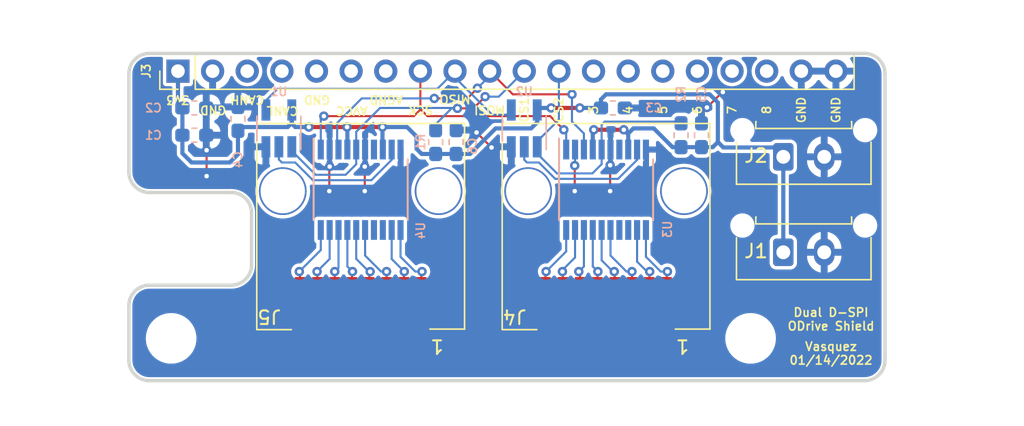
<source format=kicad_pcb>
(kicad_pcb (version 20211014) (generator pcbnew)
  (layers (0 "F.Cu" signal) (31 "B.Cu" signal) (36 "B.SilkS" user "B.Silkscreen") (37 "F.SilkS" user "F.Silkscreen") (38 "B.Mask" user) (39 "F.Mask" user) (44 "Edge.Cuts" user))
  (net 0 "")
  (net 1 "+3V3")
  (net 2 "GND")
  (net 7 "/SCK")
  (net 8 "/MISO")
  (net 9 "/MOSI")
  (net 10 "/CS1")
  (net 11 "/CS2")
  (net 18 "Net-(J4-Pad1)")
  (net 19 "Net-(J4-Pad2)")
  (net 20 "Net-(J4-Pad3)")
  (net 21 "Net-(J4-Pad4)")
  (net 22 "Net-(J4-Pad5)")
  (net 23 "Net-(J4-Pad6)")
  (net 24 "Net-(J4-Pad7)")
  (net 25 "Net-(J4-Pad8)")
  (net 26 "Net-(J5-Pad1)")
  (net 27 "Net-(J5-Pad2)")
  (net 28 "Net-(J5-Pad3)")
  (net 29 "Net-(J5-Pad4)")
  (net 30 "Net-(J5-Pad5)")
  (net 31 "Net-(J5-Pad6)")
  (net 32 "Net-(J5-Pad7)")
  (net 33 "Net-(J5-Pad8)")
  (net 34 "/MISO1")
  (net 35 "/MISO2")
  (footprint "MountingHole:MountingHole_3.2mm_M3_DIN965" (layer "F.Cu") (at 155.6 99.4)
    (fp_text reference "REF**")
    (fp_text value "MountingHole_3.2mm_M3_DIN965")
    (pad "" np_thru_hole circle locked (at 0 0) (size 3.2 3.2) (drill 3.2) (layers *.Cu *.Mask))
  )
  (footprint "kicad_component_library:RJ45_Molex_SMD_0955036891" (layer "F.Cu") (at 127 91.18 180)
    (fp_text reference "J5" (at 6.7 -6.62 180 unlocked) (layer "F.SilkS"))
    (fp_text value "8P8C")
    (fp_text user "1" (at -5.6 -8.82 180 unlocked) (layer "F.SilkS"))
    (fp_line (start -7.62 -7.54) (end -7.62 7.54) (layer "F.SilkS") (width 0.12))
    (fp_line (start 7.62 -7.58) (end 5.08 -7.58) (layer "F.SilkS") (width 0.12))
    (fp_line (start 7.62 7.54) (end 7.62 -7.54) (layer "F.SilkS") (width 0.12))
    (fp_line (start 7.62 7.54) (end -7.62 7.54) (layer "F.SilkS") (width 0.12))
    (fp_line (start -7.62 -7.54) (end -5.08 -7.54) (layer "F.SilkS") (width 0.12))
    (pad "" np_thru_hole circle (at -5.715 2.58 180) (size 3.5 3.5) (drill 3.25) (layers F&B.Cu *.Mask))
    (pad "" np_thru_hole circle (at 5.715 2.58 180) (size 3.5 3.5) (drill 3.25) (layers F&B.Cu *.Mask))
    (pad "1" smd rect (at -4.445 -7.32 180) (size 0.76 7.2) (layers "F.Cu" "F.Paste" "F.Mask") (net 26 "Net-(J5-Pad1)"))
    (pad "2" smd rect (at -3.175 -7.32 180) (size 0.76 7.2) (layers "F.Cu" "F.Paste" "F.Mask") (net 27 "Net-(J5-Pad2)"))
    (pad "3" smd rect (at -1.905 -7.32 180) (size 0.76 7.2) (layers "F.Cu" "F.Paste" "F.Mask") (net 28 "Net-(J5-Pad3)"))
    (pad "4" smd rect (at -0.635 -7.32 180) (size 0.76 7.2) (layers "F.Cu" "F.Paste" "F.Mask") (net 29 "Net-(J5-Pad4)"))
    (pad "5" smd rect (at 0.635 -7.32 180) (size 0.76 7.2) (layers "F.Cu" "F.Paste" "F.Mask") (net 30 "Net-(J5-Pad5)"))
    (pad "6" smd rect (at 1.905 -7.32 180) (size 0.76 7.2) (layers "F.Cu" "F.Paste" "F.Mask") (net 31 "Net-(J5-Pad6)"))
    (pad "7" smd rect (at 3.175 -7.32 180) (size 0.76 7.2) (layers "F.Cu" "F.Paste" "F.Mask") (net 32 "Net-(J5-Pad7)"))
    (pad "8" smd rect (at 4.445 -7.32 180) (size 0.76 7.2) (layers "F.Cu" "F.Paste" "F.Mask") (net 33 "Net-(J5-Pad8)"))
  )
  (footprint "kicad_component_library:RJ45_Molex_SMD_0955036891" (layer "F.Cu") (at 145 91.18 180)
    (fp_text reference "J4" (at 6.7 -6.62 180 unlocked) (layer "F.SilkS"))
    (fp_text value "8P8C")
    (fp_text user "1" (at -5.6 -8.82 180 unlocked) (layer "F.SilkS"))
    (fp_line (start 7.62 7.54) (end -7.62 7.54) (layer "F.SilkS") (width 0.12))
    (fp_line (start -7.62 -7.54) (end -7.62 7.54) (layer "F.SilkS") (width 0.12))
    (fp_line (start 7.62 7.54) (end 7.62 -7.54) (layer "F.SilkS") (width 0.12))
    (fp_line (start -7.62 -7.54) (end -5.08 -7.54) (layer "F.SilkS") (width 0.12))
    (fp_line (start 7.62 -7.58) (end 5.08 -7.58) (layer "F.SilkS") (width 0.12))
    (pad "" np_thru_hole circle (at 5.715 2.58 180) (size 3.5 3.5) (drill 3.25) (layers F&B.Cu *.Mask))
    (pad "" np_thru_hole circle (at -5.715 2.58 180) (size 3.5 3.5) (drill 3.25) (layers F&B.Cu *.Mask))
    (pad "1" smd rect (at -4.445 -7.32 180) (size 0.76 7.2) (layers "F.Cu" "F.Paste" "F.Mask") (net 18 "Net-(J4-Pad1)"))
    (pad "2" smd rect (at -3.175 -7.32 180) (size 0.76 7.2) (layers "F.Cu" "F.Paste" "F.Mask") (net 19 "Net-(J4-Pad2)"))
    (pad "3" smd rect (at -1.905 -7.32 180) (size 0.76 7.2) (layers "F.Cu" "F.Paste" "F.Mask") (net 20 "Net-(J4-Pad3)"))
    (pad "4" smd rect (at -0.635 -7.32 180) (size 0.76 7.2) (layers "F.Cu" "F.Paste" "F.Mask") (net 21 "Net-(J4-Pad4)"))
    (pad "5" smd rect (at 0.635 -7.32 180) (size 0.76 7.2) (layers "F.Cu" "F.Paste" "F.Mask") (net 22 "Net-(J4-Pad5)"))
    (pad "6" smd rect (at 1.905 -7.32 180) (size 0.76 7.2) (layers "F.Cu" "F.Paste" "F.Mask") (net 23 "Net-(J4-Pad6)"))
    (pad "7" smd rect (at 3.175 -7.32 180) (size 0.76 7.2) (layers "F.Cu" "F.Paste" "F.Mask") (net 24 "Net-(J4-Pad7)"))
    (pad "8" smd rect (at 4.445 -7.32 180) (size 0.76 7.2) (layers "F.Cu" "F.Paste" "F.Mask") (net 25 "Net-(J4-Pad8)"))
  )
  (footprint "Connector_Molex:Molex_Micro-Fit_3.0_43650-0215_1x02_P3.00mm_Vertical" (layer "F.Cu") (at 158 93.085)
    (fp_text reference "J1" (at -2 -0.085) (layer "F.SilkS"))
    (fp_text value "Conn_01x02")
    (fp_line (start -2.015 -2.08) (end 5.015 -2.08) (layer "F.SilkS") (width 0.12))
    (fp_line (start -1.995 -2.58) (end -2.015 -2.58) (layer "F.SilkS") (width 0.12))
    (fp_line (start 6.435 2.01) (end 6.435 -1.065) (layer "F.SilkS") (width 0.12))
    (fp_line (start 5.015 -2.08) (end 5.015 -2.58) (layer "F.SilkS") (width 0.12))
    (fp_line (start -2.015 -2.58) (end -2.015 -2.08) (layer "F.SilkS") (width 0.12))
    (fp_line (start 5.015 -2.58) (end 4.995 -2.58) (layer "F.SilkS") (width 0.12))
    (fp_line (start -3.435 -1.065) (end -3.435 2.01) (layer "F.SilkS") (width 0.12))
    (fp_line (start -3.435 2.01) (end 6.435 2.01) (layer "F.SilkS") (width 0.12))
    (pad "" np_thru_hole circle locked (at -3 -1.96) (size 1.27 1.27) (drill 1.27) (layers *.Cu *.Mask))
    (pad "" np_thru_hole circle locked (at 6 -1.96) (size 1.27 1.27) (drill 1.27) (layers *.Cu *.Mask))
    (pad "1" thru_hole roundrect locked (at 0 0) (size 1.5 2.02) (drill 1.02) (layers *.Cu *.Mask) (roundrect_rratio 0.1666673333) (net 1 "+3V3"))
    (pad "2" thru_hole oval locked (at 3 0) (size 1.5 2.02) (drill 1.02) (layers *.Cu *.Mask) (net 2 "GND"))
  )
  (footprint "Connector_PinHeader_2.54mm:PinHeader_1x20_P2.54mm_Vertical" (layer "F.Cu") (at 113.6 79.8 90)
    (fp_text reference "J3" (at 0 -2.33 90) (layer "F.SilkS") (effects (font (size 0.625 0.625) (thickness 0.12))))
    (fp_text value "Conn_01x20")
    (fp_line (start -1.33 0) (end -1.33 -1.33) (layer "F.SilkS") (width 0.12))
    (fp_line (start -1.33 -1.33) (end 0 -1.33) (layer "F.SilkS") (width 0.12))
    (fp_line (start -1.33 1.27) (end 1.33 1.27) (layer "F.SilkS") (width 0.12))
    (fp_line (start -1.33 49.59) (end 1.33 49.59) (layer "F.SilkS") (width 0.12))
    (fp_line (start -1.33 1.27) (end -1.33 49.59) (layer "F.SilkS") (width 0.12))
    (fp_line (start 1.33 1.27) (end 1.33 49.59) (layer "F.SilkS") (width 0.12))
    (pad "1" thru_hole rect locked (at 0 0 90) (size 1.7 1.7) (drill 1) (layers *.Cu *.Mask) (net 1 "+3V3"))
    (pad "2" thru_hole oval locked (at 0 2.54 90) (size 1.7 1.7) (drill 1) (layers *.Cu *.Mask) (net 2 "GND"))
    (pad "3" thru_hole oval locked (at 0 5.08 90) (size 1.7 1.7) (drill 1) (layers *.Cu *.Mask))
    (pad "4" thru_hole oval locked (at 0 7.62 90) (size 1.7 1.7) (drill 1) (layers *.Cu *.Mask))
    (pad "5" thru_hole oval locked (at 0 10.16 90) (size 1.7 1.7) (drill 1) (layers *.Cu *.Mask) (net 2 "GND"))
    (pad "6" thru_hole oval locked (at 0 12.7 90) (size 1.7 1.7) (drill 1) (layers *.Cu *.Mask))
    (pad "7" thru_hole oval locked (at 0 15.24 90) (size 1.7 1.7) (drill 1) (layers *.Cu *.Mask))
    (pad "8" thru_hole oval locked (at 0 17.78 90) (size 1.7 1.7) (drill 1) (layers *.Cu *.Mask) (net 7 "/SCK"))
    (pad "9" thru_hole oval locked (at 0 20.32 90) (size 1.7 1.7) (drill 1) (layers *.Cu *.Mask) (net 8 "/MISO"))
    (pad "10" thru_hole oval locked (at 0 22.86 90) (size 1.7 1.7) (drill 1) (layers *.Cu *.Mask) (net 9 "/MOSI"))
    (pad "11" thru_hole oval locked (at 0 25.4 90) (size 1.7 1.7) (drill 1) (layers *.Cu *.Mask) (net 10 "/CS1"))
    (pad "12" thru_hole oval locked (at 0 27.94 90) (size 1.7 1.7) (drill 1) (layers *.Cu *.Mask) (net 11 "/CS2"))
    (pad "13" thru_hole oval locked (at 0 30.48 90) (size 1.7 1.7) (drill 1) (layers *.Cu *.Mask))
    (pad "14" thru_hole oval locked (at 0 33.02 90) (size 1.7 1.7) (drill 1) (layers *.Cu *.Mask))
    (pad "15" thru_hole oval locked (at 0 35.56 90) (size 1.7 1.7) (drill 1) (layers *.Cu *.Mask))
    (pad "16" thru_hole oval locked (at 0 38.1 90) (size 1.7 1.7) (drill 1) (layers *.Cu *.Mask))
    (pad "17" thru_hole oval locked (at 0 40.64 90) (size 1.7 1.7) (drill 1) (layers *.Cu *.Mask))
    (pad "18" thru_hole oval locked (at 0 43.18 90) (size 1.7 1.7) (drill 1) (layers *.Cu *.Mask))
    (pad "19" thru_hole oval locked (at 0 45.72 90) (size 1.7 1.7) (drill 1) (layers *.Cu *.Mask) (net 2 "GND"))
    (pad "20" thru_hole oval locked (at 0 48.26 90) (size 1.7 1.7) (drill 1) (layers *.Cu *.Mask) (net 2 "GND"))
  )
  (footprint "Connector_Molex:Molex_Micro-Fit_3.0_43650-0215_1x02_P3.00mm_Vertical" (layer "F.Cu") (at 158 86.085)
    (fp_text reference "J2" (at -2 -0.085) (layer "F.SilkS"))
    (fp_text value "Conn_01x02")
    (fp_line (start -2.015 -2.08) (end 5.015 -2.08) (layer "F.SilkS") (width 0.12))
    (fp_line (start 5.015 -2.58) (end 4.995 -2.58) (layer "F.SilkS") (width 0.12))
    (fp_line (start 6.435 2.01) (end 6.435 -1.065) (layer "F.SilkS") (width 0.12))
    (fp_line (start -1.995 -2.58) (end -2.015 -2.58) (layer "F.SilkS") (width 0.12))
    (fp_line (start 5.015 -2.08) (end 5.015 -2.58) (layer "F.SilkS") (width 0.12))
    (fp_line (start -3.435 2.01) (end 6.435 2.01) (layer "F.SilkS") (width 0.12))
    (fp_line (start -3.435 -1.065) (end -3.435 2.01) (layer "F.SilkS") (width 0.12))
    (fp_line (start -2.015 -2.58) (end -2.015 -2.08) (layer "F.SilkS") (width 0.12))
    (pad "" np_thru_hole circle locked (at -3 -1.96) (size 1.27 1.27) (drill 1.27) (layers *.Cu *.Mask))
    (pad "" np_thru_hole circle locked (at 6 -1.96) (size 1.27 1.27) (drill 1.27) (layers *.Cu *.Mask))
    (pad "1" thru_hole roundrect locked (at 0 0) (size 1.5 2.02) (drill 1.02) (layers *.Cu *.Mask) (roundrect_rratio 0.1666673333) (net 1 "+3V3"))
    (pad "2" thru_hole oval locked (at 3 0) (size 1.5 2.02) (drill 1.02) (layers *.Cu *.Mask) (net 2 "GND"))
  )
  (footprint "MountingHole:MountingHole_3.2mm_M3_DIN965" (layer "F.Cu") (at 113.1 99.4)
    (fp_text reference "REF**")
    (fp_text value "MountingHole_3.2mm_M3_DIN965")
    (pad "" np_thru_hole circle locked (at 0 0) (size 3.2 3.2) (drill 3.2) (layers *.Cu *.Mask))
  )
  (footprint "Capacitor_SMD:C_0603_1608Metric_Pad1.05x0.95mm_HandSolder" (layer "B.Cu") (at 114.8 84.5)
    (fp_text reference "C1" (at -3 0) (layer "B.SilkS") (effects (font (size 0.625 0.625) (thickness 0.12)) (justify mirror)))
    (fp_text value "10uF")
    (fp_line (start -0.171267 -0.51) (end 0.171267 -0.51) (layer "B.SilkS") (width 0.12))
    (fp_line (start -0.171267 0.51) (end 0.171267 0.51) (layer "B.SilkS") (width 0.12))
    (pad "1" smd roundrect locked (at -0.875 0) (size 1.05 0.95) (layers "B.Cu" "B.Paste" "B.Mask") (net 1 "+3V3"))
    (pad "2" smd roundrect locked (at 0.875 0) (size 1.05 0.95) (layers "B.Cu" "B.Paste" "B.Mask") (net 2 "GND"))
  )
  (footprint "Resistor_SMD:R_0603_1608Metric_Pad1.05x0.95mm_HandSolder" (layer "B.Cu") (at 150.5 84.5 90)
    (fp_text reference "R2" (at 3 0 90) (layer "B.SilkS") (effects (font (size 0.625 0.625) (thickness 0.12)) (justify mirror)))
    (fp_text value "4k7")
    (fp_line (start -0.171267 0.51) (end 0.171267 0.51) (layer "B.SilkS") (width 0.12))
    (fp_line (start -0.171267 -0.51) (end 0.171267 -0.51) (layer "B.SilkS") (width 0.12))
    (pad "1" smd roundrect locked (at -0.875 0 90) (size 1.05 0.95) (layers "B.Cu" "B.Paste" "B.Mask") (net 1 "+3V3"))
    (pad "2" smd roundrect locked (at 0.875 0 90) (size 1.05 0.95) (layers "B.Cu" "B.Paste" "B.Mask") (net 11 "/CS2"))
  )
  (footprint "Capacitor_SMD:C_0603_1608Metric_Pad1.05x0.95mm_HandSolder" (layer "B.Cu") (at 134 85 90)
    (fp_text reference "C6" (at -0.3 1.2 90) (layer "B.SilkS") (effects (font (size 0.625 0.625) (thickness 0.12)) (justify mirror)))
    (fp_text value "1uF")
    (fp_line (start -0.171267 -0.51) (end 0.171267 -0.51) (layer "B.SilkS") (width 0.12))
    (fp_line (start -0.171267 0.51) (end 0.171267 0.51) (layer "B.SilkS") (width 0.12))
    (pad "1" smd roundrect locked (at -0.875 0 90) (size 1.05 0.95) (layers "B.Cu" "B.Paste" "B.Mask") (net 1 "+3V3"))
    (pad "2" smd roundrect locked (at 0.875 0 90) (size 1.05 0.95) (layers "B.Cu" "B.Paste" "B.Mask") (net 2 "GND"))
  )
  (footprint "Package_SO:TSSOP-20_4.4x6.5mm_P0.65mm" (layer "B.Cu") (at 145 88.5 -90)
    (fp_text reference "U3" (at 2.9 -4.5 -270) (layer "B.SilkS") (effects (font (size 0.625 0.625) (thickness 0.12)) (justify mirror)))
    (fp_text value "SN65LVDT41")
    (fp_line (start -3.75 3.45) (end 2.225 3.45) (layer "B.SilkS") (width 0.15))
    (fp_line (start -2.225 -3.45) (end 2.225 -3.45) (layer "B.SilkS") (width 0.15))
    (pad "1" smd rect locked (at -2.95 2.925 270) (size 1.45 0.45) (layers "B.Cu" "B.Paste" "B.Mask") (net 7 "/SCK"))
    (pad "2" smd rect locked (at -2.95 2.275 270) (size 1.45 0.45) (layers "B.Cu" "B.Paste" "B.Mask") (net 2 "GND"))
    (pad "3" smd rect locked (at -2.95 1.625 270) (size 1.45 0.45) (layers "B.Cu" "B.Paste" "B.Mask") (net 9 "/MOSI"))
    (pad "4" smd rect locked (at -2.95 0.975 270) (size 1.45 0.45) (layers "B.Cu" "B.Paste" "B.Mask") (net 1 "+3V3"))
    (pad "5" smd rect locked (at -2.95 0.325 270) (size 1.45 0.45) (layers "B.Cu" "B.Paste" "B.Mask") (net 11 "/CS2"))
    (pad "6" smd rect locked (at -2.95 -0.325 270) (size 1.45 0.45) (layers "B.Cu" "B.Paste" "B.Mask") (net 2 "GND"))
    (pad "7" smd rect locked (at -2.95 -0.975 270) (size 1.45 0.45) (layers "B.Cu" "B.Paste" "B.Mask"))
    (pad "8" smd rect locked (at -2.95 -1.625 270) (size 1.45 0.45) (layers "B.Cu" "B.Paste" "B.Mask") (net 1 "+3V3"))
    (pad "9" smd rect locked (at -2.95 -2.275 270) (size 1.45 0.45) (layers "B.Cu" "B.Paste" "B.Mask") (net 35 "/MISO2"))
    (pad "10" smd rect locked (at -2.95 -2.925 270) (size 1.45 0.45) (layers "B.Cu" "B.Paste" "B.Mask") (net 2 "GND"))
    (pad "11" smd rect locked (at 2.95 -2.925 270) (size 1.45 0.45) (layers "B.Cu" "B.Paste" "B.Mask") (net 18 "Net-(J4-Pad1)"))
    (pad "12" smd rect locked (at 2.95 -2.275 270) (size 1.45 0.45) (layers "B.Cu" "B.Paste" "B.Mask") (net 19 "Net-(J4-Pad2)"))
    (pad "13" smd rect locked (at 2.95 -1.625 270) (size 1.45 0.45) (layers "B.Cu" "B.Paste" "B.Mask"))
    (pad "14" smd rect locked (at 2.95 -0.975 270) (size 1.45 0.45) (layers "B.Cu" "B.Paste" "B.Mask"))
    (pad "15" smd rect locked (at 2.95 -0.325 270) (size 1.45 0.45) (layers "B.Cu" "B.Paste" "B.Mask") (net 20 "Net-(J4-Pad3)"))
    (pad "16" smd rect locked (at 2.95 0.325 270) (size 1.45 0.45) (layers "B.Cu" "B.Paste" "B.Mask") (net 21 "Net-(J4-Pad4)"))
    (pad "17" smd rect locked (at 2.95 0.975 270) (size 1.45 0.45) (layers "B.Cu" "B.Paste" "B.Mask") (net 22 "Net-(J4-Pad5)"))
    (pad "18" smd rect locked (at 2.95 1.625 270) (size 1.45 0.45) (layers "B.Cu" "B.Paste" "B.Mask") (net 23 "Net-(J4-Pad6)"))
    (pad "19" smd rect locked (at 2.95 2.275 270) (size 1.45 0.45) (layers "B.Cu" "B.Paste" "B.Mask") (net 24 "Net-(J4-Pad7)"))
    (pad "20" smd rect locked (at 2.95 2.925 270) (size 1.45 0.45) (layers "B.Cu" "B.Paste" "B.Mask") (net 25 "Net-(J4-Pad8)"))
  )
  (footprint "Resistor_SMD:R_0603_1608Metric_Pad1.05x0.95mm_HandSolder" (layer "B.Cu") (at 132.5 85 90)
    (fp_text reference "R1" (at 0 -1.1 90) (layer "B.SilkS") (effects (font (size 0.625 0.625) (thickness 0.12)) (justify mirror)))
    (fp_text value "4k7")
    (fp_line (start -0.171267 0.51) (end 0.171267 0.51) (layer "B.SilkS") (width 0.12))
    (fp_line (start -0.171267 -0.51) (end 0.171267 -0.51) (layer "B.SilkS") (width 0.12))
    (pad "1" smd roundrect locked (at -0.875 0 90) (size 1.05 0.95) (layers "B.Cu" "B.Paste" "B.Mask") (net 1 "+3V3"))
    (pad "2" smd roundrect locked (at 0.875 0 90) (size 1.05 0.95) (layers "B.Cu" "B.Paste" "B.Mask") (net 10 "/CS1"))
  )
  (footprint "Capacitor_SMD:C_0603_1608Metric_Pad1.05x0.95mm_HandSolder" (layer "B.Cu") (at 114.8 82.5)
    (fp_text reference "C2" (at -3 0) (layer "B.SilkS") (effects (font (size 0.625 0.625) (thickness 0.12)) (justify mirror)))
    (fp_text value "0.1uF")
    (fp_line (start -0.171267 -0.51) (end 0.171267 -0.51) (layer "B.SilkS") (width 0.12))
    (fp_line (start -0.171267 0.51) (end 0.171267 0.51) (layer "B.SilkS") (width 0.12))
    (pad "1" smd roundrect locked (at -0.875 0) (size 1.05 0.95) (layers "B.Cu" "B.Paste" "B.Mask") (net 1 "+3V3"))
    (pad "2" smd roundrect locked (at 0.875 0) (size 1.05 0.95) (layers "B.Cu" "B.Paste" "B.Mask") (net 2 "GND"))
  )
  (footprint "Capacitor_SMD:C_0603_1608Metric_Pad1.05x0.95mm_HandSolder" (layer "B.Cu") (at 152 84.5 90)
    (fp_text reference "C5" (at 3 0 90) (layer "B.SilkS") (effects (font (size 0.625 0.625) (thickness 0.12)) (justify mirror)))
    (fp_text value "1uF")
    (fp_line (start -0.171267 0.51) (end 0.171267 0.51) (layer "B.SilkS") (width 0.12))
    (fp_line (start -0.171267 -0.51) (end 0.171267 -0.51) (layer "B.SilkS") (width 0.12))
    (pad "1" smd roundrect locked (at -0.875 0 90) (size 1.05 0.95) (layers "B.Cu" "B.Paste" "B.Mask") (net 1 "+3V3"))
    (pad "2" smd roundrect locked (at 0.875 0 90) (size 1.05 0.95) (layers "B.Cu" "B.Paste" "B.Mask") (net 2 "GND"))
  )
  (footprint "Package_TO_SOT_SMD:SOT-23-5_HandSoldering" (layer "B.Cu") (at 139 84 90)
    (fp_text reference "U2" (at 2.7 0 180) (layer "B.SilkS") (effects (font (size 0.625 0.625) (thickness 0.12)) (justify mirror)))
    (fp_text value "74CBTLV1G125")
    (fp_line (start 0.9 1.61) (end -1.55 1.61) (layer "B.SilkS") (width 0.12))
    (fp_line (start -0.9 -1.61) (end 0.9 -1.61) (layer "B.SilkS") (width 0.12))
    (pad "1" smd rect locked (at -1.35 0.95 90) (size 1.56 0.65) (layers "B.Cu" "B.Paste" "B.Mask") (net 11 "/CS2"))
    (pad "2" smd rect locked (at -1.35 0 90) (size 1.56 0.65) (layers "B.Cu" "B.Paste" "B.Mask") (net 35 "/MISO2"))
    (pad "3" smd rect locked (at -1.35 -0.95 90) (size 1.56 0.65) (layers "B.Cu" "B.Paste" "B.Mask") (net 2 "GND"))
    (pad "4" smd rect locked (at 1.35 -0.95 90) (size 1.56 0.65) (layers "B.Cu" "B.Paste" "B.Mask") (net 8 "/MISO"))
    (pad "5" smd rect locked (at 1.35 0.95 90) (size 1.56 0.65) (layers "B.Cu" "B.Paste" "B.Mask") (net 1 "+3V3"))
  )
  (footprint "Package_TO_SOT_SMD:SOT-23-5_HandSoldering" (layer "B.Cu") (at 121 84 90)
    (fp_text reference "U1" (at 2.7 0 180) (layer "B.SilkS") (effects (font (size 0.625 0.625) (thickness 0.12)) (justify mirror)))
    (fp_text value "74CBTLV1G125")
    (fp_line (start 0.9 1.61) (end -1.55 1.61) (layer "B.SilkS") (width 0.12))
    (fp_line (start -0.9 -1.61) (end 0.9 -1.61) (layer "B.SilkS") (width 0.12))
    (pad "1" smd rect locked (at -1.35 0.95 90) (size 1.56 0.65) (layers "B.Cu" "B.Paste" "B.Mask") (net 10 "/CS1"))
    (pad "2" smd rect locked (at -1.35 0 90) (size 1.56 0.65) (layers "B.Cu" "B.Paste" "B.Mask") (net 34 "/MISO1"))
    (pad "3" smd rect locked (at -1.35 -0.95 90) (size 1.56 0.65) (layers "B.Cu" "B.Paste" "B.Mask") (net 2 "GND"))
    (pad "4" smd rect locked (at 1.35 -0.95 90) (size 1.56 0.65) (layers "B.Cu" "B.Paste" "B.Mask") (net 8 "/MISO"))
    (pad "5" smd rect locked (at 1.35 0.95 90) (size 1.56 0.65) (layers "B.Cu" "B.Paste" "B.Mask") (net 1 "+3V3"))
  )
  (footprint "Capacitor_SMD:C_0603_1608Metric_Pad1.05x0.95mm_HandSolder" (layer "B.Cu") (at 145.5 82.5)
    (fp_text reference "C3" (at 3 0) (layer "B.SilkS") (effects (font (size 0.625 0.625) (thickness 0.12)) (justify mirror)))
    (fp_text value "0.1uF")
    (fp_line (start -0.171267 0.51) (end 0.171267 0.51) (layer "B.SilkS") (width 0.12))
    (fp_line (start -0.171267 -0.51) (end 0.171267 -0.51) (layer "B.SilkS") (width 0.12))
    (pad "1" smd roundrect locked (at -0.875 0) (size 1.05 0.95) (layers "B.Cu" "B.Paste" "B.Mask") (net 1 "+3V3"))
    (pad "2" smd roundrect locked (at 0.875 0) (size 1.05 0.95) (layers "B.Cu" "B.Paste" "B.Mask") (net 2 "GND"))
  )
  (footprint "Capacitor_SMD:C_0603_1608Metric_Pad1.05x0.95mm_HandSolder" (layer "B.Cu") (at 118 83.3 90)
    (fp_text reference "C4" (at -3 0 90) (layer "B.SilkS") (effects (font (size 0.625 0.625) (thickness 0.12)) (justify mirror)))
    (fp_text value "0.1uF")
    (fp_line (start -0.171267 -0.51) (end 0.171267 -0.51) (layer "B.SilkS") (width 0.12))
    (fp_line (start -0.171267 0.51) (end 0.171267 0.51) (layer "B.SilkS") (width 0.12))
    (pad "1" smd roundrect locked (at -0.875 0 90) (size 1.05 0.95) (layers "B.Cu" "B.Paste" "B.Mask") (net 1 "+3V3"))
    (pad "2" smd roundrect locked (at 0.875 0 90) (size 1.05 0.95) (layers "B.Cu" "B.Paste" "B.Mask") (net 2 "GND"))
  )
  (footprint "Package_SO:TSSOP-20_4.4x6.5mm_P0.65mm" (layer "B.Cu") (at 127 88.5 -90)
    (fp_text reference "U4" (at 3 -4.4 -270) (layer "B.SilkS") (effects (font (size 0.625 0.625) (thickness 0.12)) (justify mirror)))
    (fp_text value "SN65LVDT41")
    (fp_line (start -2.225 -3.45) (end 2.225 -3.45) (layer "B.SilkS") (width 0.15))
    (fp_line (start -3.75 3.45) (end 2.225 3.45) (layer "B.SilkS") (width 0.15))
    (pad "1" smd rect locked (at -2.95 2.925 270) (size 1.45 0.45) (layers "B.Cu" "B.Paste" "B.Mask") (net 7 "/SCK"))
    (pad "2" smd rect locked (at -2.95 2.275 270) (size 1.45 0.45) (layers "B.Cu" "B.Paste" "B.Mask") (net 2 "GND"))
    (pad "3" smd rect locked (at -2.95 1.625 270) (size 1.45 0.45) (layers "B.Cu" "B.Paste" "B.Mask") (net 9 "/MOSI"))
    (pad "4" smd rect locked (at -2.95 0.975 270) (size 1.45 0.45) (layers "B.Cu" "B.Paste" "B.Mask") (net 1 "+3V3"))
    (pad "5" smd rect locked (at -2.95 0.325 270) (size 1.45 0.45) (layers "B.Cu" "B.Paste" "B.Mask") (net 10 "/CS1"))
    (pad "6" smd rect locked (at -2.95 -0.325 270) (size 1.45 0.45) (layers "B.Cu" "B.Paste" "B.Mask") (net 2 "GND"))
    (pad "7" smd rect locked (at -2.95 -0.975 270) (size 1.45 0.45) (layers "B.Cu" "B.Paste" "B.Mask"))
    (pad "8" smd rect locked (at -2.95 -1.625 270) (size 1.45 0.45) (layers "B.Cu" "B.Paste" "B.Mask") (net 1 "+3V3"))
    (pad "9" smd rect locked (at -2.95 -2.275 270) (size 1.45 0.45) (layers "B.Cu" "B.Paste" "B.Mask") (net 34 "/MISO1"))
    (pad "10" smd rect locked (at -2.95 -2.925 270) (size 1.45 0.45) (layers "B.Cu" "B.Paste" "B.Mask") (net 2 "GND"))
    (pad "11" smd rect locked (at 2.95 -2.925 270) (size 1.45 0.45) (layers "B.Cu" "B.Paste" "B.Mask") (net 26 "Net-(J5-Pad1)"))
    (pad "12" smd rect locked (at 2.95 -2.275 270) (size 1.45 0.45) (layers "B.Cu" "B.Paste" "B.Mask") (net 27 "Net-(J5-Pad2)"))
    (pad "13" smd rect locked (at 2.95 -1.625 270) (size 1.45 0.45) (layers "B.Cu" "B.Paste" "B.Mask"))
    (pad "14" smd rect locked (at 2.95 -0.975 270) (size 1.45 0.45) (layers "B.Cu" "B.Paste" "B.Mask"))
    (pad "15" smd rect locked (at 2.95 -0.325 270) (size 1.45 0.45) (layers "B.Cu" "B.Paste" "B.Mask") (net 28 "Net-(J5-Pad3)"))
    (pad "16" smd rect locked (at 2.95 0.325 270) (size 1.45 0.45) (layers "B.Cu" "B.Paste" "B.Mask") (net 29 "Net-(J5-Pad4)"))
    (pad "17" smd rect locked (at 2.95 0.975 270) (size 1.45 0.45) (layers "B.Cu" "B.Paste" "B.Mask") (net 30 "Net-(J5-Pad5)"))
    (pad "18" smd rect locked (at 2.95 1.625 270) (size 1.45 0.45) (layers "B.Cu" "B.Paste" "B.Mask") (net 31 "Net-(J5-Pad6)"))
    (pad "19" smd rect locked (at 2.95 2.275 270) (size 1.45 0.45) (layers "B.Cu" "B.Paste" "B.Mask") (net 32 "Net-(J5-Pad7)"))
    (pad "20" smd rect locked (at 2.95 2.925 270) (size 1.45 0.45) (layers "B.Cu" "B.Paste" "B.Mask") (net 33 "Net-(J5-Pad8)"))
  )
  (gr_line (start 118.999999 90.199999) (end 118.999999 93.999999) (layer "Edge.Cuts") (width 0.25))
  (gr_arc (start 111.499999 88.699999) (mid 110.439339 88.260659) (end 109.999999 87.199999) (layer "Edge.Cuts") (width 0.25))
  (gr_line (start 163.959994 78.499999) (end 111.499999 78.499999) (layer "Edge.Cuts") (width 0.25))
  (gr_line (start 109.999999 79.999999) (end 109.999999 87.199999) (layer "Edge.Cuts") (width 0.25))
  (gr_arc (start 165.459994 100.999999) (mid 165.020654 102.060659) (end 163.959994 102.499999) (layer "Edge.Cuts") (width 0.25))
  (gr_arc (start 118.999999 93.999999) (mid 118.560659 95.060659) (end 117.499999 95.499999) (layer "Edge.Cuts") (width 0.25))
  (gr_line (start 111.499999 102.499999) (end 163.959994 102.499999) (layer "Edge.Cuts") (width 0.25))
  (gr_arc (start 117.499999 88.699999) (mid 118.560659 89.139339) (end 118.999999 90.199999) (layer "Edge.Cuts") (width 0.25))
  (gr_line (start 117.499999 95.499999) (end 111.499999 95.499999) (layer "Edge.Cuts") (width 0.25))
  (gr_line (start 111.499999 88.699999) (end 117.499999 88.699999) (layer "Edge.Cuts") (width 0.25))
  (gr_arc (start 109.999999 96.999999) (mid 110.439339 95.939339) (end 111.499999 95.499999) (layer "Edge.Cuts") (width 0.25))
  (gr_arc (start 111.499999 102.499999) (mid 110.439339 102.060659) (end 109.999999 100.999999) (layer "Edge.Cuts") (width 0.25))
  (gr_line (start 165.459994 100.999999) (end 165.459994 79.999999) (layer "Edge.Cuts") (width 0.25))
  (gr_arc (start 109.999999 79.999999) (mid 110.439339 78.939339) (end 111.499999 78.499999) (layer "Edge.Cuts") (width 0.25))
  (gr_arc (start 163.959994 78.499999) (mid 165.020654 78.939339) (end 165.459994 79.999999) (layer "Edge.Cuts") (width 0.25))
  (gr_line (start 109.999999 96.999999) (end 109.999999 100.999999) (layer "Edge.Cuts") (width 0.25))
  (gr_text "3" (at 144.08 82.65 90) (layer "F.SilkS") (effects (font (size 0.625 0.625) (thickness 0.12))))
  (gr_text "GND" (at 116.18 82.65 180) (layer "F.SilkS") (effects (font (size 0.625 0.625) (thickness 0.12))))
  (gr_text "3v3" (at 113.58 81.9 180) (layer "F.SilkS") (effects (font (size 0.625 0.625) (thickness 0.12))))
  (gr_text "7" (at 154.24 82.65 90) (layer "F.SilkS") (effects (font (size 0.625 0.625) (thickness 0.12))))
  (gr_text "CS1" (at 139 82.65 90) (layer "F.SilkS") (effects (font (size 0.625 0.625) (thickness 0.12))))
  (gr_text "6" (at 151.7 82.65 90) (layer "F.SilkS") (effects (font (size 0.625 0.625) (thickness 0.12))))
  (gr_text "AGND" (at 128.88 81.9 180) (layer "F.SilkS") (effects (font (size 0.625 0.625) (thickness 0.12))))
  (gr_text "GND" (at 161.86 82.65 90) (layer "F.SilkS") (effects (font (size 0.625 0.625) (thickness 0.12))))
  (gr_text "8" (at 156.78 82.65 90) (layer "F.SilkS") (effects (font (size 0.625 0.625) (thickness 0.12))))
  (gr_text "CS2" (at 141.54 82.65 90) (layer "F.SilkS") (effects (font (size 0.625 0.625) (thickness 0.12))))
  (gr_text "4" (at 146.62 82.65 90) (layer "F.SilkS") (effects (font (size 0.625 0.625) (thickness 0.12))))
  (gr_text "Dual D-SPI\nODrive Shield" (at 161.5 98) (layer "F.SilkS") (effects (font (size 0.625 0.625) (thickness 0.12))))
  (gr_text "CANH" (at 118.68 81.9 180) (layer "F.SilkS") (effects (font (size 0.625 0.625) (thickness 0.12))))
  (gr_text "5" (at 149.16 82.65 90) (layer "F.SilkS") (effects (font (size 0.625 0.625) (thickness 0.12))))
  (gr_text "AVCC" (at 126.34 82.7 180) (layer "F.SilkS") (effects (font (size 0.625 0.625) (thickness 0.12))))
  (gr_text "CANL" (at 121.26 82.7 180) (layer "F.SilkS") (effects (font (size 0.625 0.625) (thickness 0.12))))
  (gr_text "MOSI" (at 136.46 82.65 180) (layer "F.SilkS") (effects (font (size 0.625 0.625) (thickness 0.12))))
  (gr_text "GND" (at 123.8 81.9 180) (layer "F.SilkS") (effects (font (size 0.625 0.625) (thickness 0.12))))
  (gr_text "GND" (at 159.32 82.65 90) (layer "F.SilkS") (effects (font (size 0.625 0.625) (thickness 0.12))))
  (gr_text "SCK" (at 131.38 82.65 180) (layer "F.SilkS") (effects (font (size 0.625 0.625) (thickness 0.12))))
  (gr_text "MISO" (at 133.92 81.85 180) (layer "F.SilkS") (effects (font (size 0.625 0.625) (thickness 0.12))))
  (gr_text "Vasquez\n01/14/2022" (at 161.5 100.5) (layer "F.SilkS") (effects (font (size 0.625 0.625) (thickness 0.12))))
  (segment (start 144.1 84.1) (end 146.3 84.1) (width 0.3048) (layer "F.Cu") (net 1))
  (segment (start 123.2 83.9) (end 126 83.9) (width 0.3048) (layer "F.Cu") (net 1))
  (segment (start 126 83.9) (end 128.6 83.9) (width 0.3048) (layer "F.Cu") (net 1))
  (segment (start 143.071 82.5) (end 140.969 82.5) (width 0.3048) (layer "F.Cu") (net 1))
  (via (at 123.2 83.9) (size 0.6858) (drill 0.3302) (layers "F.Cu" "B.Cu") (net 1))
  (via (at 143.071 82.5) (size 0.6858) (drill 0.3302) (layers "F.Cu" "B.Cu") (net 1))
  (via (at 144.1 84.1) (size 0.6858) (drill 0.3302) (layers "F.Cu" "B.Cu") (net 1))
  (via (at 146.3 84.1) (size 0.6858) (drill 0.3302) (layers "F.Cu" "B.Cu") (net 1))
  (via (at 126 83.9) (size 0.6858) (drill 0.3302) (layers "F.Cu" "B.Cu") (net 1))
  (via (at 140.969 82.5) (size 0.6858) (drill 0.3302) (layers "F.Cu" "B.Cu") (net 1))
  (via (at 128.6 83.9) (size 0.6858) (drill 0.3302) (layers "F.Cu" "B.Cu") (net 1))
  (segment (start 131.475 85.875) (end 132.5 85.875) (width 0.3048) (layer "B.Cu") (net 1))
  (segment (start 128.6 83.9) (end 130.4 83.9) (width 0.3048) (layer "B.Cu") (net 1))
  (segment (start 121.65 83.9) (end 118.275 83.9) (width 0.3048) (layer "B.Cu") (net 1))
  (segment (start 132.5 85.875) (end 134 85.875) (width 0.3048) (layer "B.Cu") (net 1))
  (segment (start 114.6 86.5) (end 117.4 86.5) (width 0.3048) (layer "B.Cu") (net 1))
  (segment (start 144.625 82.5) (end 144.625 81.875) (width 0.3048) (layer "B.Cu") (net 1))
  (segment (start 113.925 84.5) (end 113.925 85.825) (width 0.3048) (layer "B.Cu") (net 1))
  (segment (start 128.6 85.525) (end 128.625 85.55) (width 0.3048) (layer "B.Cu") (net 1))
  (segment (start 148.5 84) (end 147 84) (width 0.3048) (layer "B.Cu") (net 1))
  (segment (start 140.969 82.5) (end 140.1 82.5) (width 0.3048) (layer "B.Cu") (net 1))
  (segment (start 150.5 85.375) (end 149.875 85.375) (width 0.3048) (layer "B.Cu") (net 1))
  (segment (start 146.625 84.375) (end 146.625 85.55) (width 0.3048) (layer "B.Cu") (net 1))
  (segment (start 152.6 81.5) (end 153.2 82.1) (width 0.3048) (layer "B.Cu") (net 1))
  (segment (start 147 84) (end 146.625 84.375) (width 0.3048) (layer "B.Cu") (net 1))
  (segment (start 130.4 83.9) (end 131.1 84.6) (width 0.3048) (layer "B.Cu") (net 1))
  (segment (start 144.1 84.1) (end 144.025 84.175) (width 0.3048) (layer "B.Cu") (net 1))
  (segment (start 117.4 86.5) (end 118 85.9) (width 0.3048) (layer "B.Cu") (net 1))
  (segment (start 118.275 83.9) (end 118 84.175) (width 0.3048) (layer "B.Cu") (net 1))
  (segment (start 121.95 83.6) (end 121.65 83.9) (width 0.3048) (layer "B.Cu") (net 1))
  (segment (start 131.1 85.5) (end 131.475 85.875) (width 0.3048) (layer "B.Cu") (net 1))
  (segment (start 122.2 83.9) (end 121.95 83.65) (width 0.3048) (layer "B.Cu") (net 1))
  (segment (start 113.925 82.5) (end 113.6 82.175) (width 0.3048) (layer "B.Cu") (net 1))
  (segment (start 144.625 81.875) (end 145 81.5) (width 0.3048) (layer "B.Cu") (net 1))
  (segment (start 139.95 83.55) (end 139.95 82.65) (width 0.3048) (layer "B.Cu") (net 1))
  (segment (start 140.1 82.5) (end 139.95 82.65) (width 0.3048) (layer "B.Cu") (net 1))
  (segment (start 144.025 84.175) (end 144.025 85.55) (width 0.3048) (layer "B.Cu") (net 1))
  (segment (start 144.625 82.5) (end 143.071 82.5) (width 0.3048) (layer "B.Cu") (net 1))
  (segment (start 118 85.9) (end 118 84.175) (width 0.3048) (layer "B.Cu") (net 1))
  (segment (start 158 86.085) (end 157.315 85.4) (width 0.3048) (layer "B.Cu") (net 1))
  (segment (start 153.6 85.4) (end 153.2 85) (width 0.3048) (layer "B.Cu") (net 1))
  (segment (start 153.2 85) (end 152.825 85.375) (width 0.3048) (layer "B.Cu") (net 1))
  (segment (start 121.95 83.65) (end 121.95 82.65) (width 0.3048) (layer "B.Cu") (net 1))
  (segment (start 126.025 83.925) (end 126.025 85.55) (width 0.3048) (layer "B.Cu") (net 1))
  (segment (start 134 85.875) (end 135.025 85.875) (width 0.3048) (layer "B.Cu") (net 1))
  (segment (start 146.3 84.1) (end 146.575 84.375) (width 0.3048) (layer "B.Cu") (net 1))
  (segment (start 152.825 85.375) (end 152 85.375) (width 0.3048) (layer "B.Cu") (net 1))
  (segment (start 146.575 84.375) (end 146.625 84.375) (width 0.3048) (layer "B.Cu") (net 1))
  (segment (start 145 81.5) (end 152.6 81.5) (width 0.3048) (layer "B.Cu") (net 1))
  (segment (start 113.925 85.825) (end 114.6 86.5) (width 0.3048) (layer "B.Cu") (net 1))
  (segment (start 121.95 82.65) (end 121.95 83.6) (width 0.3048) (layer "B.Cu") (net 1))
  (segment (start 157.315 85.4) (end 153.6 85.4) (width 0.3048) (layer "B.Cu") (net 1))
  (segment (start 131.1 84.6) (end 131.1 85.5) (width 0.3048) (layer "B.Cu") (net 1))
  (segment (start 153.2 82.1) (end 153.2 85) (width 0.3048) (layer "B.Cu") (net 1))
  (segment (start 135.025 85.875) (end 136.9 84) (width 0.3048) (layer "B.Cu") (net 1))
  (segment (start 152 85.375) (end 150.5 85.375) (width 0.3048) (layer "B.Cu") (net 1))
  (segment (start 113.6 82.175) (end 113.6 79.8) (width 0.3048) (layer "B.Cu") (net 1))
  (segment (start 136.9 84) (end 139.5 84) (width 0.3048) (layer "B.Cu") (net 1))
  (segment (start 123.2 83.9) (end 122.2 83.9) (width 0.3048) (layer "B.Cu") (net 1))
  (segment (start 139.5 84) (end 139.95 83.55) (width 0.3048) (layer "B.Cu") (net 1))
  (segment (start 158 86.085) (end 158 93.085) (width 0.3048) (layer "B.Cu") (net 1))
  (segment (start 113.925 82.5) (end 113.925 84.5) (width 0.3048) (layer "B.Cu") (net 1))
  (segment (start 128.6 83.9) (end 128.6 85.525) (width 0.3048) (layer "B.Cu") (net 1))
  (segment (start 126 83.9) (end 126.025 83.925) (width 0.3048) (layer "B.Cu") (net 1))
  (segment (start 149.875 85.375) (end 148.5 84) (width 0.3048) (layer "B.Cu") (net 1))
  (segment (start 135.5 84.3) (end 136.6 85.4) (width 0.1524) (layer "F.Cu") (net 2))
  (segment (start 124.725368 86.8) (end 124.7 86.825368) (width 0.1524) (layer "F.Cu") (net 2))
  (segment (start 124.7 86.825368) (end 124.7 88.6) (width 0.1524) (layer "F.Cu") (net 2))
  (segment (start 153.565403 81.334597) (end 153.531206 81.334597) (width 0.1524) (layer "F.Cu") (net 2))
  (segment (start 142.7 86.729) (end 142.7 88.6) (width 0.1524) (layer "F.Cu") (net 2))
  (segment (start 153.531206 81.334597) (end 152.4004 82.465403) (width 0.1524) (layer "F.Cu") (net 2))
  (segment (start 127.3 86.8) (end 127.3 88.6) (width 0.1524) (layer "F.Cu") (net 2))
  (segment (start 145.3 86.7) (end 145.3 88.6) (width 0.1524) (layer "F.Cu") (net 2))
  (segment (start 115.7 85.6) (end 115.7 87.5) (width 0.1524) (layer "F.Cu") (net 2))
  (via (at 142.7 88.6) (size 0.6858) (drill 0.3302) (layers "F.Cu" "B.Cu") (net 2))
  (via (at 127.3 86.8) (size 0.6858) (drill 0.3302) (layers "F.Cu" "B.Cu") (net 2))
  (via (at 142.7 86.729) (size 0.6858) (drill 0.3302) (layers "F.Cu" "B.Cu") (net 2))
  (via (at 124.7 88.6) (size 0.6858) (drill 0.3302) (layers "F.Cu" "B.Cu") (net 2))
  (via (at 124.725368 86.8) (size 0.6858) (drill 0.3302) (layers "F.Cu" "B.Cu") (net 2))
  (via (at 152.4004 82.465403) (size 0.6858) (drill 0.3302) (layers "F.Cu" "B.Cu") (net 2))
  (via (at 115.7 85.6) (size 0.6858) (drill 0.3302) (layers "F.Cu" "B.Cu") (net 2))
  (via (at 127.3 88.6) (size 0.6858) (drill 0.3302) (layers "F.Cu" "B.Cu") (net 2))
  (via (at 115.7 87.5) (size 0.6858) (drill 0.3302) (layers "F.Cu" "B.Cu") (net 2))
  (via (at 136.6 85.4) (size 0.6858) (drill 0.3302) (layers "F.Cu" "B.Cu") (net 2))
  (via (at 135.5 84.3) (size 0.6858) (drill 0.3302) (layers "F.Cu" "B.Cu") (net 2))
  (via (at 153.565403 81.334597) (size 0.6858) (drill 0.3302) (layers "F.Cu" "B.Cu") (net 2))
  (via (at 145.3 86.7) (size 0.6858) (drill 0.3302) (layers "F.Cu" "B.Cu") (net 2))
  (via (at 145.3 88.6) (size 0.6858) (drill 0.3302) (layers "F.Cu" "B.Cu") (net 2))
  (segment (start 124.725 86.799632) (end 124.725 85.55) (width 0.1524) (layer "B.Cu") (net 2))
  (segment (start 127.325 85.55) (end 127.325 86.775) (width 0.1524) (layer "B.Cu") (net 2))
  (segment (start 124.725368 86.8) (end 124.725 86.799632) (width 0.1524) (layer "B.Cu") (net 2))
  (segment (start 142.725 86.704) (end 142.7 86.729) (width 0.1524) (layer "B.Cu") (net 2))
  (segment (start 134 84.125) (end 135.325 84.125) (width 0.1524) (layer "B.Cu") (net 2))
  (segment (start 152.365803 82.5) (end 146.375 82.5) (width 0.1524) (layer "B.Cu") (net 2))
  (segment (start 115.675 85.575) (end 115.7 85.6) (width 0.1524) (layer "B.Cu") (net 2))
  (segment (start 115.675 84.5) (end 115.675 85.575) (width 0.1524) (layer "B.Cu") (net 2))
  (segment (start 142.725 85.55) (end 142.725 86.704) (width 0.1524) (layer "B.Cu") (net 2))
  (segment (start 135.325 84.125) (end 135.5 84.3) (width 0.1524) (layer "B.Cu") (net 2))
  (segment (start 145.325 86.675) (end 145.3 86.7) (width 0.1524) (layer "B.Cu") (net 2))
  (segment (start 145.325 85.55) (end 145.325 86.675) (width 0.1524) (layer "B.Cu") (net 2))
  (segment (start 127.325 86.775) (end 127.3 86.8) (width 0.1524) (layer "B.Cu") (net 2))
  (segment (start 152.4004 82.465403) (end 152.365803 82.5) (width 0.1524) (layer "B.Cu") (net 2))
  (segment (start 141.9 84.1) (end 140.9 83.1) (width 0.1524) (layer "F.Cu") (net 7))
  (segment (start 140.9 83.1) (end 131.9 83.1) (width 0.1524) (layer "F.Cu") (net 7))
  (segment (start 131.38 82.62) (end 131.38 82.58) (width 0.1524) (layer "F.Cu") (net 7))
  (segment (start 131.9 83.1) (end 131.38 82.58) (width 0.1524) (layer "F.Cu") (net 7))
  (segment (start 124.3 83.1) (end 130.9 83.1) (width 0.1524) (layer "F.Cu") (net 7))
  (segment (start 131.38 82.58) (end 131.38 79.8) (width 0.1524) (layer "F.Cu") (net 7))
  (segment (start 130.9 83.1) (end 131.38 82.62) (width 0.1524) (layer "F.Cu") (net 7))
  (via (at 124.3 83.1) (size 0.6858) (drill 0.3302) (layers "F.Cu" "B.Cu") (net 7))
  (via (at 141.9 84.1) (size 0.6858) (drill 0.3302) (layers "F.Cu" "B.Cu") (net 7))
  (segment (start 142.075 84.275) (end 142.075 85.55) (width 0.1524) (layer "B.Cu") (net 7))
  (segment (start 124.075 83.325) (end 124.075 85.55) (width 0.1524) (layer "B.Cu") (net 7))
  (segment (start 141.9 84.1) (end 142.075 84.275) (width 0.1524) (layer "B.Cu") (net 7))
  (segment (start 124.3 83.1) (end 124.075 83.325) (width 0.1524) (layer "B.Cu") (net 7))
  (segment (start 137.7 83) (end 136.65 83) (width 0.1524) (layer "B.Cu") (net 8))
  (segment (start 120.05 81.95) (end 120.05 82.65) (width 0.1524) (layer "B.Cu") (net 8))
  (segment (start 133.92 79.8) (end 132.62 81.1) (width 0.1524) (layer "B.Cu") (net 8))
  (segment (start 138.05 82.65) (end 137.7 83) (width 0.1524) (layer "B.Cu") (net 8))
  (segment (start 132.62 81.1) (end 120.9 81.1) (width 0.1524) (layer "B.Cu") (net 8))
  (segment (start 133.92 80.27) (end 133.92 79.8) (width 0.1524) (layer "B.Cu") (net 8))
  (segment (start 136.65 83) (end 133.92 80.27) (width 0.1524) (layer "B.Cu") (net 8))
  (segment (start 120.9 81.1) (end 120.05 81.95) (width 0.1524) (layer "B.Cu") (net 8))
  (segment (start 134.816627 81.8) (end 135.565002 81.051625) (width 0.1524) (layer "F.Cu") (net 9))
  (segment (start 132.4 81.8) (end 134.816627 81.8) (width 0.1524) (layer "F.Cu") (net 9))
  (segment (start 138.16 81.5) (end 136.46 79.8) (width 0.1524) (layer "F.Cu") (net 9))
  (segment (start 142.5 81.5) (end 138.16 81.5) (width 0.1524) (layer "F.Cu") (net 9))
  (via (at 135.565002 81.051625) (size 0.6858) (drill 0.3302) (layers "F.Cu" "B.Cu") (net 9))
  (via (at 142.5 81.5) (size 0.6858) (drill 0.3302) (layers "F.Cu" "B.Cu") (net 9))
  (via (at 132.4 81.8) (size 0.6858) (drill 0.3302) (layers "F.Cu" "B.Cu") (net 9))
  (segment (start 142.5 81.5) (end 142.5 83.5) (width 0.1524) (layer "B.Cu") (net 9))
  (segment (start 143.375 84.375) (end 143.375 85.55) (width 0.1524) (layer "B.Cu") (net 9))
  (segment (start 125.276589 85.451589) (end 125.375 85.55) (width 0.1524) (layer "B.Cu") (net 9))
  (segment (start 125.276589 83.600352) (end 125.276589 85.451589) (width 0.1524) (layer "B.Cu") (net 9))
  (segment (start 135.565002 81.051625) (end 136.46 80.156627) (width 0.1524) (layer "B.Cu") (net 9))
  (segment (start 132.4 81.8) (end 127.076941 81.8) (width 0.1524) (layer "B.Cu") (net 9))
  (segment (start 142.5 83.5) (end 143.375 84.375) (width 0.1524) (layer "B.Cu") (net 9))
  (segment (start 127.076941 81.8) (end 125.276589 83.600352) (width 0.1524) (layer "B.Cu") (net 9))
  (segment (start 136.46 80.156627) (end 136.46 79.8) (width 0.1524) (layer "B.Cu") (net 9))
  (segment (start 135.271 82.529) (end 136.128758 81.671242) (width 0.1524) (layer "F.Cu") (net 10))
  (segment (start 134.1 82.529) (end 135.271 82.529) (width 0.1524) (layer "F.Cu") (net 10))
  (via (at 136.128758 81.671242) (size 0.6858) (drill 0.3302) (layers "F.Cu" "B.Cu") (net 10))
  (via (at 134.1 82.529) (size 0.6858) (drill 0.3302) (layers "F.Cu" "B.Cu") (net 10))
  (segment (start 126.675 84.248059) (end 126.675 85.55) (width 0.1524) (layer "B.Cu") (net 10))
  (segment (start 134.1 82.529) (end 133.671 82.529) (width 0.1524) (layer "B.Cu") (net 10))
  (segment (start 128.423059 82.5) (end 126.675 84.248059) (width 0.1524) (layer "B.Cu") (net 10))
  (segment (start 132.5 83.7) (end 132.5 84.125) (width 0.1524) (layer "B.Cu") (net 10))
  (segment (start 126.675 86.625) (end 126.675 85.55) (width 0.1524) (layer "B.Cu") (net 10))
  (segment (start 125.9 87.4) (end 126.675 86.625) (width 0.1524) (layer "B.Cu") (net 10))
  (segment (start 121.95 85.35) (end 121.95 85.65) (width 0.1524) (layer "B.Cu") (net 10))
  (segment (start 136.128758 81.671242) (end 137.128758 81.671242) (width 0.1524) (layer "B.Cu") (net 10))
  (segment (start 123.7 87.4) (end 125.9 87.4) (width 0.1524) (layer "B.Cu") (net 10))
  (segment (start 137.128758 81.671242) (end 139 79.8) (width 0.1524) (layer "B.Cu") (net 10))
  (segment (start 134.1 82.529) (end 134.071 82.5) (width 0.1524) (layer "B.Cu") (net 10))
  (segment (start 133.671 82.529) (end 132.5 83.7) (width 0.1524) (layer "B.Cu") (net 10))
  (segment (start 134.071 82.5) (end 128.423059 82.5) (width 0.1524) (layer "B.Cu") (net 10))
  (segment (start 121.95 85.65) (end 123.7 87.4) (width 0.1524) (layer "B.Cu") (net 10))
  (segment (start 144.675 83.725) (end 144.9 83.5) (width 0.1524) (layer "B.Cu") (net 11))
  (segment (start 141.54 83.36) (end 139.95 84.95) (width 0.1524) (layer "B.Cu") (net 11))
  (segment (start 144.9 83.5) (end 150.375 83.5) (width 0.1524) (layer "B.Cu") (net 11))
  (segment (start 141.54 79.8) (end 141.54 83.36) (width 0.1524) (layer "B.Cu") (net 11))
  (segment (start 144 87.3) (end 141.4 87.3) (width 0.1524) (layer "B.Cu") (net 11))
  (segment (start 144.675 86.625) (end 144 87.3) (width 0.1524) (layer "B.Cu") (net 11))
  (segment (start 144.675 85.55) (end 144.675 83.725) (width 0.1524) (layer "B.Cu") (net 11))
  (segment (start 141.4 87.3) (end 139.95 85.85) (width 0.1524) (layer "B.Cu") (net 11))
  (segment (start 144.675 85.55) (end 144.675 86.625) (width 0.1524) (layer "B.Cu") (net 11))
  (segment (start 150.375 83.5) (end 150.5 83.625) (width 0.1524) (layer "B.Cu") (net 11))
  (segment (start 139.95 85.85) (end 139.95 85.35) (width 0.1524) (layer "B.Cu") (net 11))
  (segment (start 139.95 84.95) (end 139.95 85.35) (width 0.1524) (layer "B.Cu") (net 11))
  (segment (start 149.445 94.555) (end 149.445 98.5) (width 0.1524) (layer "F.Cu") (net 18))
  (segment (start 149.5 94.5) (end 149.445 94.555) (width 0.1524) (layer "F.Cu") (net 18))
  (via (at 149.5 94.5) (size 0.6858) (drill 0.3302) (layers "F.Cu" "B.Cu") (net 18))
  (segment (start 147.925 93.417467) (end 147.925 91.45) (width 0.1524) (layer "B.Cu") (net 18))
  (segment (start 149.007533 94.5) (end 147.925 93.417467) (width 0.1524) (layer "B.Cu") (net 18))
  (segment (start 149.5 94.5) (end 149.007533 94.5) (width 0.1524) (layer "B.Cu") (net 18))
  (segment (start 148.175 94.525) (end 148.175 98.5) (width 0.1524) (layer "F.Cu") (net 19))
  (segment (start 148.2 94.5) (end 148.175 94.525) (width 0.1524) (layer "F.Cu") (net 19))
  (via (at 148.2 94.5) (size 0.6858) (drill 0.3302) (layers "F.Cu" "B.Cu") (net 19))
  (segment (start 147.275 93.775) (end 147.275 91.45) (width 0.1524) (layer "B.Cu") (net 19))
  (segment (start 148.2 94.5) (end 148 94.5) (width 0.1524) (layer "B.Cu") (net 19))
  (segment (start 148 94.5) (end 147.275 93.775) (width 0.1524) (layer "B.Cu") (net 19))
  (segment (start 146.905 94.505) (end 146.905 98.5) (width 0.1524) (layer "F.Cu") (net 20))
  (segment (start 146.9 94.5) (end 146.905 94.505) (width 0.1524) (layer "F.Cu") (net 20))
  (via (at 146.9 94.5) (size 0.6858) (drill 0.3302) (layers "F.Cu" "B.Cu") (net 20))
  (segment (start 146.5 94.5) (end 145.325 93.325) (width 0.1524) (layer "B.Cu") (net 20))
  (segment (start 145.325 93.325) (end 145.325 91.45) (width 0.1524) (layer "B.Cu") (net 20))
  (segment (start 146.9 94.5) (end 146.5 94.5) (width 0.1524) (layer "B.Cu") (net 20))
  (segment (start 145.6 94.5) (end 145.635 94.535) (width 0.1524) (layer "F.Cu") (net 21))
  (segment (start 145.635 94.535) (end 145.635 98.5) (width 0.1524) (layer "F.Cu") (net 21))
  (via (at 145.6 94.5) (size 0.6858) (drill 0.3302) (layers "F.Cu" "B.Cu") (net 21))
  (segment (start 145.6 94.5) (end 145.5 94.5) (width 0.1524) (layer "B.Cu") (net 21))
  (segment (start 144.675 93.675) (end 144.675 91.45) (width 0.1524) (layer "B.Cu") (net 21))
  (segment (start 145.5 94.5) (end 144.675 93.675) (width 0.1524) (layer "B.Cu") (net 21))
  (segment (start 144.365 94.535) (end 144.365 98.5) (width 0.1524) (layer "F.Cu") (net 22))
  (segment (start 144.4 94.5) (end 144.365 94.535) (width 0.1524) (layer "F.Cu") (net 22))
  (via (at 144.4 94.5) (size 0.6858) (drill 0.3302) (layers "F.Cu" "B.Cu") (net 22))
  (segment (start 144.025 94.125) (end 144.025 91.45) (width 0.1524) (layer "B.Cu") (net 22))
  (segment (start 144.4 94.5) (end 144.025 94.125) (width 0.1524) (layer "B.Cu") (net 22))
  (segment (start 143 94.5) (end 143.095 94.595) (width 0.1524) (layer "F.Cu") (net 23))
  (segment (start 143.095 94.595) (end 143.095 98.5) (width 0.1524) (layer "F.Cu") (net 23))
  (via (at 143 94.5) (size 0.6858) (drill 0.3302) (layers "F.Cu" "B.Cu") (net 23))
  (segment (start 143.375 94.125) (end 143.375 91.45) (width 0.1524) (layer "B.Cu") (net 23))
  (segment (start 143 94.5) (end 143.375 94.125) (width 0.1524) (layer "B.Cu") (net 23))
  (segment (start 141.825 94.525) (end 141.825 98.5) (width 0.1524) (layer "F.Cu") (net 24))
  (segment (start 141.8 94.5) (end 141.825 94.525) (width 0.1524) (layer "F.Cu") (net 24))
  (via (at 141.8 94.5) (size 0.6858) (drill 0.3302) (layers "F.Cu" "B.Cu") (net 24))
  (segment (start 141.8 94.5) (end 141.8 94.392467) (width 0.1524) (layer "B.Cu") (net 24))
  (segment (start 141.8 94.392467) (end 142.725 93.467467) (width 0.1524) (layer "B.Cu") (net 24))
  (segment (start 142.725 93.467467) (end 142.725 91.45) (width 0.1524) (layer "B.Cu") (net 24))
  (segment (start 140.6 94.5) (end 140.555 94.545) (width 0.1524) (layer "F.Cu") (net 25))
  (segment (start 140.555 94.545) (end 140.555 98.5) (width 0.1524) (layer "F.Cu") (net 25))
  (via (at 140.6 94.5) (size 0.6858) (drill 0.3302) (layers "F.Cu" "B.Cu") (net 25))
  (segment (start 142.075 93.025) (end 142.075 91.45) (width 0.1524) (layer "B.Cu") (net 25))
  (segment (start 140.6 94.5) (end 142.075 93.025) (width 0.1524) (layer "B.Cu") (net 25))
  (segment (start 131.445 94.555) (end 131.445 98.5) (width 0.1524) (layer "F.Cu") (net 26))
  (segment (start 131.5 94.5) (end 131.445 94.555) (width 0.1524) (layer "F.Cu") (net 26))
  (via (at 131.5 94.5) (size 0.6858) (drill 0.3302) (layers "F.Cu" "B.Cu") (net 26))
  (segment (start 129.925 93.417467) (end 129.925 91.45) (width 0.1524) (layer "B.Cu") (net 26))
  (segment (start 131.007533 94.5) (end 129.925 93.417467) (width 0.1524) (layer "B.Cu") (net 26))
  (segment (start 131.5 94.5) (end 131.007533 94.5) (width 0.1524) (layer "B.Cu") (net 26))
  (segment (start 130.175 94.525) (end 130.175 98.5) (width 0.1524) (layer "F.Cu") (net 27))
  (segment (start 130.2 94.5) (end 130.175 94.525) (width 0.1524) (layer "F.Cu") (net 27))
  (via (at 130.2 94.5) (size 0.6858) (drill 0.3302) (layers "F.Cu" "B.Cu") (net 27))
  (segment (start 130.2 94.5) (end 129.275 93.575) (width 0.1524) (layer "B.Cu") (net 27))
  (segment (start 129.275 93.575) (end 129.275 91.45) (width 0.1524) (layer "B.Cu") (net 27))
  (segment (start 128.905 94.505) (end 128.905 98.5) (width 0.1524) (layer "F.Cu") (net 28))
  (segment (start 128.9 94.5) (end 128.905 94.505) (width 0.1524) (layer "F.Cu") (net 28))
  (via (at 128.9 94.5) (size 0.6858) (drill 0.3302) (layers "F.Cu" "B.Cu") (net 28))
  (segment (start 128.5 94.5) (end 127.325 93.325) (width 0.1524) (layer "B.Cu") (net 28))
  (segment (start 128.9 94.5) (end 128.5 94.5) (width 0.1524) (layer "B.Cu") (net 28))
  (segment (start 127.325 93.325) (end 127.325 91.45) (width 0.1524) (layer "B.Cu") (net 28))
  (segment (start 127.635 94.565) (end 127.635 98.5) (width 0.1524) (layer "F.Cu") (net 29))
  (segment (start 127.696242 94.503758) (end 127.635 94.565) (width 0.1524) (layer "F.Cu") (net 29))
  (via (at 127.696242 94.503758) (size 0.6858) (drill 0.3302) (layers "F.Cu" "B.Cu") (net 29))
  (segment (start 127.696242 94.503758) (end 127.607525 94.503758) (width 0.1524) (layer "B.Cu") (net 29))
  (segment (start 126.675 93.571233) (end 126.675 91.45) (width 0.1524) (layer "B.Cu") (net 29))
  (segment (start 127.607525 94.503758) (end 126.675 93.571233) (width 0.1524) (layer "B.Cu") (net 29))
  (segment (start 126.365 94.535) (end 126.365 98.5) (width 0.1524) (layer "F.Cu") (net 30))
  (segment (start 126.4 94.5) (end 126.365 94.535) (width 0.1524) (layer "F.Cu") (net 30))
  (via (at 126.4 94.5) (size 0.6858) (drill 0.3302) (layers "F.Cu" "B.Cu") (net 30))
  (segment (start 126.025 94.125) (end 126.025 91.45) (width 0.1524) (layer "B.Cu") (net 30))
  (segment (start 126.4 94.5) (end 126.025 94.125) (width 0.1524) (layer "B.Cu") (net 30))
  (segment (start 125.1 94.5) (end 125.095 94.505) (width 0.1524) (layer "F.Cu") (net 31))
  (segment (start 125.095 94.505) (end 125.095 98.5) (width 0.1524) (layer "F.Cu") (net 31))
  (via (at 125.1 94.5) (size 0.6858) (drill 0.3302) (layers "F.Cu" "B.Cu") (net 31))
  (segment (start 125.375 94.225) (end 125.375 91.45) (width 0.1524) (layer "B.Cu") (net 31))
  (segment (start 125.1 94.5) (end 125.375 94.225) (width 0.1524) (layer "B.Cu") (net 31))
  (segment (start 123.825 94.525) (end 123.825 98.5) (width 0.1524) (layer "F.Cu") (net 32))
  (segment (start 123.8 94.5) (end 123.825 94.525) (width 0.1524) (layer "F.Cu") (net 32))
  (via (at 123.8 94.5) (size 0.6858) (drill 0.3302) (layers "F.Cu" "B.Cu") (net 32))
  (segment (start 123.8 94.5) (end 124.725 93.575) (width 0.1524) (layer "B.Cu") (net 32))
  (segment (start 124.725 93.575) (end 124.725 91.45) (width 0.1524) (layer "B.Cu") (net 32))
  (segment (start 122.555 94.555) (end 122.555 98.5) (width 0.1524) (layer "F.Cu") (net 33))
  (segment (start 122.5 94.5) (end 122.555 94.555) (width 0.1524) (layer "F.Cu") (net 33))
  (via (at 122.5 94.5) (size 0.6858) (drill 0.3302) (layers "F.Cu" "B.Cu") (net 33))
  (segment (start 122.5 94.5) (end 124.075 92.925) (width 0.1524) (layer "B.Cu") (net 33))
  (segment (start 124.075 92.925) (end 124.075 91.45) (width 0.1524) (layer "B.Cu") (net 33))
  (segment (start 123.5 87.8) (end 127.781222 87.8) (width 0.1524) (layer "B.Cu") (net 34))
  (segment (start 122.2 86.5) (end 123.5 87.8) (width 0.1524) (layer "B.Cu") (net 34))
  (segment (start 121.2176 86.5) (end 122.2 86.5) (width 0.1524) (layer "B.Cu") (net 34))
  (segment (start 127.781222 87.8) (end 129.275 86.306222) (width 0.1524) (layer "B.Cu") (net 34))
  (segment (start 129.275 86.306222) (end 129.275 85.55) (width 0.1524) (layer "B.Cu") (net 34))
  (segment (start 121 86.2824) (end 121.2176 86.5) (width 0.1524) (layer "B.Cu") (net 34))
  (segment (start 121 85.35) (end 121 86.2824) (width 0.1524) (layer "B.Cu") (net 34))
  (segment (start 139 85.35) (end 139 86.3) (width 0.1524) (layer "B.Cu") (net 35))
  (segment (start 147.275 86.306222) (end 147.275 85.55) (width 0.1524) (layer "B.Cu") (net 35))
  (segment (start 140.071869 86.5) (end 141.271869 87.7) (width 0.1524) (layer "B.Cu") (net 35))
  (segment (start 141.271869 87.7) (end 145.881222 87.7) (width 0.1524) (layer "B.Cu") (net 35))
  (segment (start 139 86.3) (end 139.2 86.5) (width 0.1524) (layer "B.Cu") (net 35))
  (segment (start 139.2 86.5) (end 140.071869 86.5) (width 0.1524) (layer "B.Cu") (net 35))
  (segment (start 145.881222 87.7) (end 147.275 86.306222) (width 0.1524) (layer "B.Cu") (net 35))
  (zone (net 2) (net_name "GND") (layer "B.Cu") (name "GND Plane") (connect_pads (clearance 0.254)) (min_thickness 0.254) (fill yes (thermal_gap 0.508) (thermal_bridge_width 0.508))
    (polygon (pts (xy 166 102.5) (xy 110 102.5) (xy 110 78.5) (xy 166 78.5)))
  )
)
</source>
